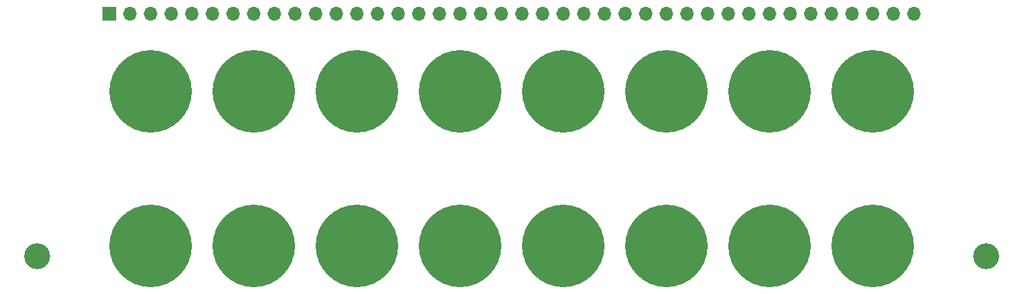
<source format=gbr>
G04 #@! TF.GenerationSoftware,KiCad,Pcbnew,5.1.8+dfsg1-1+b1*
G04 #@! TF.CreationDate,2021-05-07T11:53:53-05:00*
G04 #@! TF.ProjectId,front-panel,66726f6e-742d-4706-916e-656c2e6b6963,A*
G04 #@! TF.SameCoordinates,Original*
G04 #@! TF.FileFunction,Soldermask,Bot*
G04 #@! TF.FilePolarity,Negative*
%FSLAX46Y46*%
G04 Gerber Fmt 4.6, Leading zero omitted, Abs format (unit mm)*
G04 Created by KiCad (PCBNEW 5.1.8+dfsg1-1+b1) date 2021-05-07 11:53:53*
%MOMM*%
%LPD*%
G01*
G04 APERTURE LIST*
%ADD10C,3.200000*%
%ADD11C,10.160000*%
%ADD12O,1.700000X1.700000*%
%ADD13R,1.700000X1.700000*%
G04 APERTURE END LIST*
D10*
X172720000Y-106045000D03*
X55880000Y-106045000D03*
D11*
X133350000Y-104775000D03*
X158750000Y-85725000D03*
X133350000Y-85725000D03*
X107950000Y-85725000D03*
X82550000Y-85725000D03*
X146050000Y-85725000D03*
X120650000Y-85725000D03*
X95250000Y-85725000D03*
X69850000Y-85725000D03*
X158750000Y-104775000D03*
X107950000Y-104775000D03*
X82550000Y-104775000D03*
X146050000Y-104775000D03*
X120650000Y-104775000D03*
X95250000Y-104775000D03*
X69850000Y-104775000D03*
D12*
X163830000Y-76200000D03*
X161290000Y-76200000D03*
X158750000Y-76200000D03*
X156210000Y-76200000D03*
X153670000Y-76200000D03*
X151130000Y-76200000D03*
X148590000Y-76200000D03*
X146050000Y-76200000D03*
X143510000Y-76200000D03*
X140970000Y-76200000D03*
X138430000Y-76200000D03*
X135890000Y-76200000D03*
X133350000Y-76200000D03*
X130810000Y-76200000D03*
X128270000Y-76200000D03*
X125730000Y-76200000D03*
X123190000Y-76200000D03*
X120650000Y-76200000D03*
X118110000Y-76200000D03*
X115570000Y-76200000D03*
X113030000Y-76200000D03*
X110490000Y-76200000D03*
X107950000Y-76200000D03*
X105410000Y-76200000D03*
X102870000Y-76200000D03*
X100330000Y-76200000D03*
X97790000Y-76200000D03*
X95250000Y-76200000D03*
X92710000Y-76200000D03*
X90170000Y-76200000D03*
X87630000Y-76200000D03*
X85090000Y-76200000D03*
X82550000Y-76200000D03*
X80010000Y-76200000D03*
X77470000Y-76200000D03*
X74930000Y-76200000D03*
X72390000Y-76200000D03*
X69850000Y-76200000D03*
X67310000Y-76200000D03*
D13*
X64770000Y-76200000D03*
M02*

</source>
